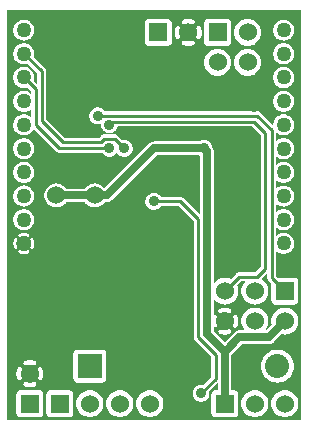
<source format=gbr>
G04 start of page 3 for group 1 idx 1 *
G04 Title: (unknown), Signal (back) *
G04 Creator: pcb 20110918 *
G04 CreationDate: Sun Sep 22 23:55:29 2013 UTC *
G04 For: mokus *
G04 Format: Gerber/RS-274X *
G04 PCB-Dimensions: 100000 140000 *
G04 PCB-Coordinate-Origin: lower left *
%MOIN*%
%FSLAX25Y25*%
%LNBOTTOM*%
%ADD40C,0.0300*%
%ADD39C,0.0380*%
%ADD38C,0.0350*%
%ADD37C,0.0200*%
%ADD36C,0.0360*%
%ADD35C,0.0500*%
%ADD34C,0.0800*%
%ADD33C,0.0600*%
%ADD32C,0.0100*%
%ADD31C,0.0250*%
%ADD30C,0.0001*%
G54D30*G36*
X84152Y100262D02*X86171Y98243D01*
Y54209D01*
X84294Y52333D01*
X84152D01*
Y100262D01*
G37*
G36*
X99654Y3235D02*X94152D01*
Y4103D01*
X94159Y4102D01*
X94865Y4158D01*
X95554Y4323D01*
X96208Y4594D01*
X96812Y4964D01*
X97351Y5424D01*
X97811Y5963D01*
X98181Y6567D01*
X98452Y7221D01*
X98617Y7910D01*
X98659Y8616D01*
X98617Y9322D01*
X98452Y10011D01*
X98181Y10665D01*
X97811Y11269D01*
X97351Y11808D01*
X96812Y12268D01*
X96208Y12638D01*
X95554Y12909D01*
X94865Y13074D01*
X94159Y13130D01*
X94152Y13129D01*
Y16196D01*
X94164Y16200D01*
X94902Y16653D01*
X95560Y17215D01*
X96122Y17873D01*
X96575Y18611D01*
X96906Y19411D01*
X97108Y20253D01*
X97159Y21116D01*
X97108Y21979D01*
X96906Y22821D01*
X96575Y23621D01*
X96122Y24359D01*
X95560Y25017D01*
X94902Y25579D01*
X94164Y26032D01*
X94152Y26036D01*
Y31603D01*
X94159Y31602D01*
X94865Y31658D01*
X95554Y31823D01*
X96208Y32094D01*
X96812Y32464D01*
X97351Y32924D01*
X97811Y33463D01*
X98181Y34067D01*
X98452Y34721D01*
X98617Y35410D01*
X98659Y36116D01*
X98617Y36822D01*
X98452Y37511D01*
X98181Y38165D01*
X97811Y38769D01*
X97351Y39308D01*
X96812Y39768D01*
X96208Y40138D01*
X95554Y40409D01*
X94865Y40574D01*
X94159Y40630D01*
X94152Y40629D01*
Y41623D01*
X97394Y41630D01*
X97624Y41685D01*
X97842Y41775D01*
X98043Y41899D01*
X98223Y42052D01*
X98376Y42232D01*
X98500Y42433D01*
X98590Y42651D01*
X98645Y42881D01*
X98659Y43116D01*
X98645Y49351D01*
X98590Y49581D01*
X98500Y49799D01*
X98376Y50000D01*
X98223Y50180D01*
X98043Y50333D01*
X97842Y50457D01*
X97624Y50547D01*
X97394Y50602D01*
X97159Y50616D01*
X94152Y50609D01*
Y58536D01*
X94308Y58548D01*
X94844Y58677D01*
X95353Y58888D01*
X95823Y59176D01*
X96242Y59533D01*
X96599Y59952D01*
X96887Y60422D01*
X97098Y60931D01*
X97227Y61467D01*
X97259Y62016D01*
X97227Y62565D01*
X97098Y63101D01*
X96887Y63610D01*
X96599Y64080D01*
X96242Y64499D01*
X95823Y64856D01*
X95353Y65144D01*
X94844Y65355D01*
X94308Y65484D01*
X94152Y65496D01*
Y66436D01*
X94308Y66448D01*
X94844Y66577D01*
X95353Y66788D01*
X95823Y67076D01*
X96242Y67433D01*
X96599Y67852D01*
X96887Y68322D01*
X97098Y68831D01*
X97227Y69367D01*
X97259Y69916D01*
X97227Y70465D01*
X97098Y71001D01*
X96887Y71510D01*
X96599Y71980D01*
X96242Y72399D01*
X95823Y72756D01*
X95353Y73044D01*
X94844Y73255D01*
X94308Y73384D01*
X94152Y73396D01*
Y74336D01*
X94308Y74348D01*
X94844Y74477D01*
X95353Y74688D01*
X95823Y74976D01*
X96242Y75333D01*
X96599Y75752D01*
X96887Y76222D01*
X97098Y76731D01*
X97227Y77267D01*
X97259Y77816D01*
X97227Y78365D01*
X97098Y78901D01*
X96887Y79410D01*
X96599Y79880D01*
X96242Y80299D01*
X95823Y80656D01*
X95353Y80944D01*
X94844Y81155D01*
X94308Y81284D01*
X94152Y81296D01*
Y82236D01*
X94308Y82248D01*
X94844Y82377D01*
X95353Y82588D01*
X95823Y82876D01*
X96242Y83233D01*
X96599Y83652D01*
X96887Y84122D01*
X97098Y84631D01*
X97227Y85167D01*
X97259Y85716D01*
X97227Y86265D01*
X97098Y86801D01*
X96887Y87310D01*
X96599Y87780D01*
X96242Y88199D01*
X95823Y88556D01*
X95353Y88844D01*
X94844Y89055D01*
X94308Y89184D01*
X94152Y89196D01*
Y90136D01*
X94308Y90148D01*
X94844Y90277D01*
X95353Y90488D01*
X95823Y90776D01*
X96242Y91133D01*
X96599Y91552D01*
X96887Y92022D01*
X97098Y92531D01*
X97227Y93067D01*
X97259Y93616D01*
X97227Y94165D01*
X97098Y94701D01*
X96887Y95210D01*
X96599Y95680D01*
X96242Y96099D01*
X95823Y96456D01*
X95353Y96744D01*
X94844Y96955D01*
X94308Y97084D01*
X94152Y97096D01*
Y98036D01*
X94308Y98048D01*
X94844Y98177D01*
X95353Y98388D01*
X95823Y98676D01*
X96242Y99033D01*
X96599Y99452D01*
X96887Y99922D01*
X97098Y100431D01*
X97227Y100967D01*
X97259Y101516D01*
X97227Y102065D01*
X97098Y102601D01*
X96887Y103110D01*
X96599Y103580D01*
X96242Y103999D01*
X95823Y104356D01*
X95353Y104644D01*
X94844Y104855D01*
X94308Y104984D01*
X94152Y104996D01*
Y105936D01*
X94308Y105948D01*
X94844Y106077D01*
X95353Y106288D01*
X95823Y106576D01*
X96242Y106933D01*
X96599Y107352D01*
X96887Y107822D01*
X97098Y108331D01*
X97227Y108867D01*
X97259Y109416D01*
X97227Y109965D01*
X97098Y110501D01*
X96887Y111010D01*
X96599Y111480D01*
X96242Y111899D01*
X95823Y112256D01*
X95353Y112544D01*
X94844Y112755D01*
X94308Y112884D01*
X94152Y112896D01*
Y113836D01*
X94308Y113848D01*
X94844Y113977D01*
X95353Y114188D01*
X95823Y114476D01*
X96242Y114833D01*
X96599Y115252D01*
X96887Y115722D01*
X97098Y116231D01*
X97227Y116767D01*
X97259Y117316D01*
X97227Y117865D01*
X97098Y118401D01*
X96887Y118910D01*
X96599Y119380D01*
X96242Y119799D01*
X95823Y120156D01*
X95353Y120444D01*
X94844Y120655D01*
X94308Y120784D01*
X94152Y120796D01*
Y121736D01*
X94308Y121748D01*
X94844Y121877D01*
X95353Y122088D01*
X95823Y122376D01*
X96242Y122733D01*
X96599Y123152D01*
X96887Y123622D01*
X97098Y124131D01*
X97227Y124667D01*
X97259Y125216D01*
X97227Y125765D01*
X97098Y126301D01*
X96887Y126810D01*
X96599Y127280D01*
X96242Y127699D01*
X95823Y128056D01*
X95353Y128344D01*
X94844Y128555D01*
X94308Y128684D01*
X94152Y128696D01*
Y129636D01*
X94308Y129648D01*
X94844Y129777D01*
X95353Y129988D01*
X95823Y130276D01*
X96242Y130633D01*
X96599Y131052D01*
X96887Y131522D01*
X97098Y132031D01*
X97227Y132567D01*
X97259Y133116D01*
X97227Y133665D01*
X97098Y134201D01*
X96887Y134710D01*
X96599Y135180D01*
X96242Y135599D01*
X95823Y135956D01*
X95353Y136244D01*
X94844Y136455D01*
X94308Y136584D01*
X94152Y136596D01*
Y139786D01*
X99654D01*
Y3235D01*
G37*
G36*
X94152Y104996D02*X93759Y105027D01*
X93210Y104984D01*
X92674Y104855D01*
X92165Y104644D01*
X91695Y104356D01*
X91276Y103999D01*
X90919Y103580D01*
X90631Y103110D01*
X90420Y102601D01*
X90291Y102065D01*
X90248Y101516D01*
X90261Y101348D01*
X86017Y105592D01*
X85979Y105637D01*
X85799Y105790D01*
X85598Y105914D01*
X85380Y106004D01*
X85150Y106059D01*
X84915Y106078D01*
X84856Y106073D01*
X84152D01*
Y118548D01*
X84363Y118677D01*
X84902Y119137D01*
X85362Y119676D01*
X85732Y120280D01*
X86003Y120934D01*
X86168Y121623D01*
X86210Y122329D01*
X86168Y123035D01*
X86003Y123724D01*
X85732Y124378D01*
X85362Y124982D01*
X84902Y125521D01*
X84363Y125981D01*
X84152Y126110D01*
Y128548D01*
X84363Y128677D01*
X84902Y129137D01*
X85362Y129676D01*
X85732Y130280D01*
X86003Y130934D01*
X86168Y131623D01*
X86210Y132329D01*
X86168Y133035D01*
X86003Y133724D01*
X85732Y134378D01*
X85362Y134982D01*
X84902Y135521D01*
X84363Y135981D01*
X84152Y136110D01*
Y139786D01*
X94152D01*
Y136596D01*
X93759Y136627D01*
X93210Y136584D01*
X92674Y136455D01*
X92165Y136244D01*
X91695Y135956D01*
X91276Y135599D01*
X90919Y135180D01*
X90631Y134710D01*
X90420Y134201D01*
X90291Y133665D01*
X90248Y133116D01*
X90291Y132567D01*
X90420Y132031D01*
X90631Y131522D01*
X90919Y131052D01*
X91276Y130633D01*
X91695Y130276D01*
X92165Y129988D01*
X92674Y129777D01*
X93210Y129648D01*
X93759Y129605D01*
X94152Y129636D01*
Y128696D01*
X93759Y128727D01*
X93210Y128684D01*
X92674Y128555D01*
X92165Y128344D01*
X91695Y128056D01*
X91276Y127699D01*
X90919Y127280D01*
X90631Y126810D01*
X90420Y126301D01*
X90291Y125765D01*
X90248Y125216D01*
X90291Y124667D01*
X90420Y124131D01*
X90631Y123622D01*
X90919Y123152D01*
X91276Y122733D01*
X91695Y122376D01*
X92165Y122088D01*
X92674Y121877D01*
X93210Y121748D01*
X93759Y121705D01*
X94152Y121736D01*
Y120796D01*
X93759Y120827D01*
X93210Y120784D01*
X92674Y120655D01*
X92165Y120444D01*
X91695Y120156D01*
X91276Y119799D01*
X90919Y119380D01*
X90631Y118910D01*
X90420Y118401D01*
X90291Y117865D01*
X90248Y117316D01*
X90291Y116767D01*
X90420Y116231D01*
X90631Y115722D01*
X90919Y115252D01*
X91276Y114833D01*
X91695Y114476D01*
X92165Y114188D01*
X92674Y113977D01*
X93210Y113848D01*
X93759Y113805D01*
X94152Y113836D01*
Y112896D01*
X93759Y112927D01*
X93210Y112884D01*
X92674Y112755D01*
X92165Y112544D01*
X91695Y112256D01*
X91276Y111899D01*
X90919Y111480D01*
X90631Y111010D01*
X90420Y110501D01*
X90291Y109965D01*
X90248Y109416D01*
X90291Y108867D01*
X90420Y108331D01*
X90631Y107822D01*
X90919Y107352D01*
X91276Y106933D01*
X91695Y106576D01*
X92165Y106288D01*
X92674Y106077D01*
X93210Y105948D01*
X93759Y105905D01*
X94152Y105936D01*
Y104996D01*
G37*
G36*
Y97096D02*X93759Y97127D01*
X93210Y97084D01*
X92674Y96955D01*
X92165Y96744D01*
X91695Y96456D01*
X91314Y96131D01*
Y99001D01*
X91695Y98676D01*
X92165Y98388D01*
X92674Y98177D01*
X93210Y98048D01*
X93759Y98005D01*
X94152Y98036D01*
Y97096D01*
G37*
G36*
Y89196D02*X93759Y89227D01*
X93210Y89184D01*
X92674Y89055D01*
X92165Y88844D01*
X91695Y88556D01*
X91314Y88231D01*
Y91101D01*
X91695Y90776D01*
X92165Y90488D01*
X92674Y90277D01*
X93210Y90148D01*
X93759Y90105D01*
X94152Y90136D01*
Y89196D01*
G37*
G36*
Y81296D02*X93759Y81327D01*
X93210Y81284D01*
X92674Y81155D01*
X92165Y80944D01*
X91695Y80656D01*
X91314Y80331D01*
Y83201D01*
X91695Y82876D01*
X92165Y82588D01*
X92674Y82377D01*
X93210Y82248D01*
X93759Y82205D01*
X94152Y82236D01*
Y81296D01*
G37*
G36*
Y73396D02*X93759Y73427D01*
X93210Y73384D01*
X92674Y73255D01*
X92165Y73044D01*
X91695Y72756D01*
X91314Y72431D01*
Y75301D01*
X91695Y74976D01*
X92165Y74688D01*
X92674Y74477D01*
X93210Y74348D01*
X93759Y74305D01*
X94152Y74336D01*
Y73396D01*
G37*
G36*
Y65496D02*X93759Y65527D01*
X93210Y65484D01*
X92674Y65355D01*
X92165Y65144D01*
X91695Y64856D01*
X91314Y64531D01*
Y67401D01*
X91695Y67076D01*
X92165Y66788D01*
X92674Y66577D01*
X93210Y66448D01*
X93759Y66405D01*
X94152Y66436D01*
Y65496D01*
G37*
G36*
Y50609D02*X91792Y50604D01*
X91314Y51082D01*
Y59501D01*
X91695Y59176D01*
X92165Y58888D01*
X92674Y58677D01*
X93210Y58548D01*
X93759Y58505D01*
X94152Y58536D01*
Y50609D01*
G37*
G36*
Y40629D02*X93453Y40574D01*
X92764Y40409D01*
X92110Y40138D01*
X91506Y39768D01*
X90967Y39308D01*
X90507Y38769D01*
X90137Y38165D01*
X89866Y37511D01*
X89701Y36822D01*
X89645Y36116D01*
X89701Y35410D01*
X89811Y34950D01*
X87865Y33004D01*
X87419D01*
X87811Y33463D01*
X88181Y34067D01*
X88452Y34721D01*
X88617Y35410D01*
X88659Y36116D01*
X88617Y36822D01*
X88452Y37511D01*
X88181Y38165D01*
X87811Y38769D01*
X87351Y39308D01*
X86812Y39768D01*
X86208Y40138D01*
X85554Y40409D01*
X84865Y40574D01*
X84159Y40630D01*
X84152Y40629D01*
Y41603D01*
X84159Y41602D01*
X84865Y41658D01*
X85554Y41823D01*
X86208Y42094D01*
X86812Y42464D01*
X87351Y42924D01*
X87811Y43463D01*
X88181Y44067D01*
X88452Y44721D01*
X88617Y45410D01*
X88659Y46116D01*
X88617Y46822D01*
X88452Y47511D01*
X88181Y48165D01*
X87811Y48769D01*
X87351Y49308D01*
X86812Y49768D01*
X86291Y50087D01*
X88314Y52110D01*
Y50520D01*
X88309Y50461D01*
X88328Y50226D01*
X88383Y49996D01*
X88473Y49778D01*
X88597Y49577D01*
X88597Y49576D01*
X88750Y49397D01*
X88795Y49359D01*
X89660Y48493D01*
X89673Y42881D01*
X89728Y42651D01*
X89818Y42433D01*
X89942Y42232D01*
X90095Y42052D01*
X90275Y41899D01*
X90476Y41775D01*
X90694Y41685D01*
X90924Y41630D01*
X91159Y41616D01*
X94152Y41623D01*
Y40629D01*
G37*
G36*
Y3235D02*X84152D01*
Y4103D01*
X84159Y4102D01*
X84865Y4158D01*
X85554Y4323D01*
X86208Y4594D01*
X86812Y4964D01*
X87351Y5424D01*
X87811Y5963D01*
X88181Y6567D01*
X88452Y7221D01*
X88617Y7910D01*
X88659Y8616D01*
X88617Y9322D01*
X88452Y10011D01*
X88181Y10665D01*
X87811Y11269D01*
X87351Y11808D01*
X86812Y12268D01*
X86208Y12638D01*
X85554Y12909D01*
X84865Y13074D01*
X84159Y13130D01*
X84152Y13129D01*
Y28504D01*
X88709D01*
X88797Y28497D01*
X89150Y28525D01*
X89150Y28525D01*
X89494Y28608D01*
X89822Y28743D01*
X90124Y28928D01*
X90393Y29158D01*
X90450Y29225D01*
X92993Y31768D01*
X93453Y31658D01*
X94152Y31603D01*
Y26036D01*
X93364Y26363D01*
X92522Y26565D01*
X91659Y26633D01*
X90796Y26565D01*
X89954Y26363D01*
X89154Y26032D01*
X88416Y25579D01*
X87758Y25017D01*
X87196Y24359D01*
X86743Y23621D01*
X86412Y22821D01*
X86210Y21979D01*
X86142Y21116D01*
X86210Y20253D01*
X86412Y19411D01*
X86743Y18611D01*
X87196Y17873D01*
X87758Y17215D01*
X88416Y16653D01*
X89154Y16200D01*
X89954Y15869D01*
X90796Y15667D01*
X91659Y15599D01*
X92522Y15667D01*
X93364Y15869D01*
X94152Y16196D01*
Y13129D01*
X93453Y13074D01*
X92764Y12909D01*
X92110Y12638D01*
X91506Y12268D01*
X90967Y11808D01*
X90507Y11269D01*
X90137Y10665D01*
X89866Y10011D01*
X89701Y9322D01*
X89645Y8616D01*
X89701Y7910D01*
X89866Y7221D01*
X90137Y6567D01*
X90507Y5963D01*
X90967Y5424D01*
X91506Y4964D01*
X92110Y4594D01*
X92764Y4323D01*
X93453Y4158D01*
X94152Y4103D01*
Y3235D01*
G37*
G36*
X51948Y101104D02*X83310D01*
X84152Y100262D01*
Y52333D01*
X78935D01*
X78876Y52338D01*
X78641Y52319D01*
X78411Y52264D01*
X78193Y52174D01*
X77992Y52050D01*
X77991Y52050D01*
X77812Y51897D01*
X77774Y51852D01*
X76103Y50181D01*
X75554Y50409D01*
X74865Y50574D01*
X74159Y50630D01*
X73453Y50574D01*
X72764Y50409D01*
X72110Y50138D01*
X71506Y49768D01*
X70967Y49308D01*
X70507Y48769D01*
X70433Y48648D01*
Y92673D01*
X70440Y92761D01*
X70412Y93114D01*
X70329Y93458D01*
X70290Y93554D01*
X70194Y93786D01*
X70079Y93973D01*
X70009Y94088D01*
X70009Y94088D01*
X69976Y94127D01*
X69972Y94185D01*
X69869Y94614D01*
X69701Y95021D01*
X69470Y95397D01*
X69184Y95732D01*
X68849Y96018D01*
X68473Y96249D01*
X68066Y96417D01*
X67637Y96520D01*
X67198Y96555D01*
X66759Y96520D01*
X66330Y96417D01*
X65923Y96249D01*
X65547Y96018D01*
X65521Y95996D01*
X51948D01*
Y101104D01*
G37*
G36*
X84152Y106073D02*X71710D01*
Y117815D01*
X72416Y117871D01*
X73105Y118036D01*
X73759Y118307D01*
X74363Y118677D01*
X74902Y119137D01*
X75362Y119676D01*
X75732Y120280D01*
X76003Y120934D01*
X76168Y121623D01*
X76210Y122329D01*
X76168Y123035D01*
X76003Y123724D01*
X75732Y124378D01*
X75362Y124982D01*
X74902Y125521D01*
X74363Y125981D01*
X73759Y126351D01*
X73105Y126622D01*
X72416Y126787D01*
X71710Y126843D01*
Y127836D01*
X74945Y127843D01*
X75175Y127898D01*
X75393Y127988D01*
X75594Y128112D01*
X75774Y128265D01*
X75927Y128445D01*
X76051Y128646D01*
X76141Y128864D01*
X76196Y129094D01*
X76210Y129329D01*
X76196Y135564D01*
X76141Y135794D01*
X76051Y136012D01*
X75927Y136213D01*
X75774Y136393D01*
X75594Y136546D01*
X75393Y136670D01*
X75175Y136760D01*
X74945Y136815D01*
X74710Y136829D01*
X71710Y136822D01*
Y139786D01*
X84152D01*
Y136110D01*
X83759Y136351D01*
X83105Y136622D01*
X82416Y136787D01*
X81710Y136843D01*
X81004Y136787D01*
X80315Y136622D01*
X79661Y136351D01*
X79057Y135981D01*
X78518Y135521D01*
X78058Y134982D01*
X77688Y134378D01*
X77417Y133724D01*
X77252Y133035D01*
X77196Y132329D01*
X77252Y131623D01*
X77417Y130934D01*
X77688Y130280D01*
X78058Y129676D01*
X78518Y129137D01*
X79057Y128677D01*
X79661Y128307D01*
X80315Y128036D01*
X81004Y127871D01*
X81710Y127815D01*
X82416Y127871D01*
X83105Y128036D01*
X83759Y128307D01*
X84152Y128548D01*
Y126110D01*
X83759Y126351D01*
X83105Y126622D01*
X82416Y126787D01*
X81710Y126843D01*
X81004Y126787D01*
X80315Y126622D01*
X79661Y126351D01*
X79057Y125981D01*
X78518Y125521D01*
X78058Y124982D01*
X77688Y124378D01*
X77417Y123724D01*
X77252Y123035D01*
X77196Y122329D01*
X77252Y121623D01*
X77417Y120934D01*
X77688Y120280D01*
X78058Y119676D01*
X78518Y119137D01*
X79057Y118677D01*
X79661Y118307D01*
X80315Y118036D01*
X81004Y117871D01*
X81710Y117815D01*
X82416Y117871D01*
X83105Y118036D01*
X83759Y118307D01*
X84152Y118548D01*
Y106073D01*
G37*
G36*
X71710D02*X65561D01*
Y130182D01*
X65604Y130189D01*
X65716Y130226D01*
X65821Y130281D01*
X65916Y130351D01*
X65999Y130435D01*
X66067Y130531D01*
X66118Y130637D01*
X66266Y131045D01*
X66370Y131466D01*
X66432Y131896D01*
X66453Y132329D01*
X66432Y132762D01*
X66370Y133192D01*
X66266Y133613D01*
X66123Y134023D01*
X66070Y134129D01*
X66001Y134225D01*
X65918Y134310D01*
X65823Y134380D01*
X65717Y134435D01*
X65605Y134472D01*
X65561Y134480D01*
Y139786D01*
X71710D01*
Y136822D01*
X68475Y136815D01*
X68245Y136760D01*
X68027Y136670D01*
X67826Y136546D01*
X67646Y136393D01*
X67493Y136213D01*
X67369Y136012D01*
X67279Y135794D01*
X67224Y135564D01*
X67210Y135329D01*
X67224Y129094D01*
X67279Y128864D01*
X67369Y128646D01*
X67493Y128445D01*
X67646Y128265D01*
X67826Y128112D01*
X68027Y127988D01*
X68245Y127898D01*
X68475Y127843D01*
X68710Y127829D01*
X71710Y127836D01*
Y126843D01*
X71004Y126787D01*
X70315Y126622D01*
X69661Y126351D01*
X69057Y125981D01*
X68518Y125521D01*
X68058Y124982D01*
X67688Y124378D01*
X67417Y123724D01*
X67252Y123035D01*
X67196Y122329D01*
X67252Y121623D01*
X67417Y120934D01*
X67688Y120280D01*
X68058Y119676D01*
X68518Y119137D01*
X69057Y118677D01*
X69661Y118307D01*
X70315Y118036D01*
X71004Y117871D01*
X71710Y117815D01*
Y106073D01*
G37*
G36*
X65561D02*X61950D01*
Y127824D01*
X62381Y127845D01*
X62811Y127907D01*
X63232Y128011D01*
X63642Y128154D01*
X63748Y128207D01*
X63844Y128276D01*
X63929Y128359D01*
X63999Y128454D01*
X64054Y128560D01*
X64091Y128672D01*
X64111Y128789D01*
X64112Y128908D01*
X64094Y129025D01*
X64058Y129138D01*
X64005Y129244D01*
X63936Y129341D01*
X63853Y129425D01*
X63757Y129496D01*
X63652Y129550D01*
X63540Y129588D01*
X63423Y129607D01*
X63304Y129608D01*
X63187Y129590D01*
X63074Y129552D01*
X62803Y129453D01*
X62523Y129385D01*
X62237Y129343D01*
X61950Y129329D01*
Y135329D01*
X62237Y135315D01*
X62523Y135273D01*
X62803Y135205D01*
X63076Y135109D01*
X63187Y135071D01*
X63304Y135054D01*
X63422Y135054D01*
X63539Y135074D01*
X63651Y135111D01*
X63755Y135165D01*
X63850Y135235D01*
X63933Y135320D01*
X64002Y135416D01*
X64055Y135521D01*
X64091Y135634D01*
X64108Y135750D01*
X64107Y135868D01*
X64088Y135985D01*
X64051Y136097D01*
X63996Y136202D01*
X63926Y136297D01*
X63842Y136380D01*
X63746Y136448D01*
X63640Y136499D01*
X63232Y136647D01*
X62811Y136751D01*
X62381Y136813D01*
X61950Y136834D01*
Y139786D01*
X65561D01*
Y134480D01*
X65488Y134492D01*
X65369Y134493D01*
X65252Y134475D01*
X65139Y134439D01*
X65033Y134386D01*
X64936Y134317D01*
X64852Y134234D01*
X64781Y134138D01*
X64727Y134033D01*
X64689Y133921D01*
X64670Y133804D01*
X64669Y133685D01*
X64687Y133568D01*
X64725Y133455D01*
X64824Y133184D01*
X64892Y132904D01*
X64934Y132618D01*
X64948Y132329D01*
X64934Y132040D01*
X64892Y131754D01*
X64824Y131474D01*
X64728Y131201D01*
X64690Y131090D01*
X64673Y130973D01*
X64673Y130855D01*
X64693Y130738D01*
X64730Y130626D01*
X64784Y130522D01*
X64854Y130427D01*
X64939Y130344D01*
X65035Y130275D01*
X65140Y130222D01*
X65253Y130186D01*
X65369Y130169D01*
X65487Y130170D01*
X65561Y130182D01*
Y106073D01*
G37*
G36*
X61950D02*X58335D01*
Y130178D01*
X58408Y130166D01*
X58527Y130165D01*
X58644Y130183D01*
X58757Y130219D01*
X58863Y130272D01*
X58960Y130341D01*
X59044Y130424D01*
X59115Y130520D01*
X59169Y130625D01*
X59207Y130737D01*
X59226Y130854D01*
X59227Y130973D01*
X59209Y131090D01*
X59171Y131203D01*
X59072Y131474D01*
X59004Y131754D01*
X58962Y132040D01*
X58948Y132329D01*
X58962Y132618D01*
X59004Y132904D01*
X59072Y133184D01*
X59168Y133457D01*
X59206Y133568D01*
X59223Y133685D01*
X59223Y133803D01*
X59203Y133920D01*
X59166Y134032D01*
X59112Y134136D01*
X59042Y134231D01*
X58957Y134314D01*
X58861Y134383D01*
X58756Y134436D01*
X58643Y134472D01*
X58527Y134489D01*
X58409Y134488D01*
X58335Y134476D01*
Y139786D01*
X61950D01*
Y136834D01*
X61948Y136834D01*
X61515Y136813D01*
X61085Y136751D01*
X60664Y136647D01*
X60254Y136504D01*
X60148Y136451D01*
X60052Y136382D01*
X59967Y136299D01*
X59897Y136204D01*
X59842Y136098D01*
X59805Y135986D01*
X59785Y135869D01*
X59784Y135750D01*
X59802Y135633D01*
X59838Y135520D01*
X59891Y135414D01*
X59960Y135317D01*
X60043Y135233D01*
X60139Y135162D01*
X60244Y135108D01*
X60356Y135070D01*
X60473Y135051D01*
X60592Y135050D01*
X60709Y135068D01*
X60822Y135106D01*
X61093Y135205D01*
X61373Y135273D01*
X61659Y135315D01*
X61948Y135329D01*
X61950Y135329D01*
Y129329D01*
X61948Y129329D01*
X61659Y129343D01*
X61373Y129385D01*
X61093Y129453D01*
X60820Y129549D01*
X60709Y129587D01*
X60592Y129604D01*
X60474Y129604D01*
X60357Y129584D01*
X60245Y129547D01*
X60141Y129493D01*
X60046Y129423D01*
X59963Y129338D01*
X59894Y129242D01*
X59841Y129137D01*
X59805Y129024D01*
X59788Y128908D01*
X59789Y128790D01*
X59808Y128673D01*
X59845Y128561D01*
X59900Y128456D01*
X59970Y128361D01*
X60054Y128278D01*
X60150Y128210D01*
X60256Y128159D01*
X60664Y128011D01*
X61085Y127907D01*
X61515Y127845D01*
X61948Y127824D01*
X61950Y127824D01*
Y106073D01*
G37*
G36*
X58335D02*X51948D01*
Y127836D01*
X55183Y127843D01*
X55413Y127898D01*
X55631Y127988D01*
X55832Y128112D01*
X56012Y128265D01*
X56165Y128445D01*
X56289Y128646D01*
X56379Y128864D01*
X56434Y129094D01*
X56448Y129329D01*
X56434Y135564D01*
X56379Y135794D01*
X56289Y136012D01*
X56165Y136213D01*
X56012Y136393D01*
X55832Y136546D01*
X55631Y136670D01*
X55413Y136760D01*
X55183Y136815D01*
X54948Y136829D01*
X51948Y136822D01*
Y139786D01*
X58335D01*
Y134476D01*
X58292Y134469D01*
X58180Y134432D01*
X58075Y134377D01*
X57980Y134307D01*
X57897Y134223D01*
X57829Y134127D01*
X57778Y134021D01*
X57630Y133613D01*
X57526Y133192D01*
X57464Y132762D01*
X57443Y132329D01*
X57464Y131896D01*
X57526Y131466D01*
X57630Y131045D01*
X57773Y130635D01*
X57826Y130529D01*
X57895Y130433D01*
X57978Y130348D01*
X58073Y130278D01*
X58179Y130223D01*
X58291Y130186D01*
X58335Y130178D01*
Y106073D01*
G37*
G36*
X51948D02*X39625D01*
X39625Y106073D01*
X34116D01*
X34023Y106224D01*
X33737Y106559D01*
X33402Y106845D01*
X33026Y107076D01*
X32619Y107244D01*
X32190Y107347D01*
X31751Y107382D01*
X31312Y107347D01*
X30883Y107244D01*
X30476Y107076D01*
X30100Y106845D01*
X29765Y106559D01*
X29479Y106224D01*
X29248Y105848D01*
X29080Y105441D01*
X28977Y105012D01*
X28942Y104573D01*
X28977Y104134D01*
X29080Y103705D01*
X29248Y103298D01*
X29479Y102922D01*
X29765Y102587D01*
X30100Y102301D01*
X30476Y102070D01*
X30883Y101902D01*
X31312Y101799D01*
X31751Y101764D01*
X32190Y101799D01*
X32619Y101902D01*
X32911Y102023D01*
X32879Y101620D01*
X32914Y101181D01*
X33017Y100752D01*
X33185Y100345D01*
X33416Y99969D01*
X33702Y99634D01*
X34037Y99348D01*
X34413Y99117D01*
X34820Y98949D01*
X35249Y98846D01*
X35688Y98811D01*
X36127Y98846D01*
X36556Y98949D01*
X36963Y99117D01*
X37339Y99348D01*
X37674Y99634D01*
X37960Y99969D01*
X38191Y100345D01*
X38359Y100752D01*
X38444Y101104D01*
X41594D01*
X41601Y101104D01*
X41608Y101104D01*
X51948D01*
Y95996D01*
X50554D01*
X50466Y96003D01*
X50113Y95975D01*
X49769Y95892D01*
X49441Y95757D01*
X49139Y95572D01*
X49139Y95572D01*
X48870Y95342D01*
X48813Y95275D01*
X33966Y80428D01*
X33618Y80835D01*
X33139Y81244D01*
X32603Y81573D01*
X32021Y81814D01*
X31409Y81961D01*
X30781Y82010D01*
X30153Y81961D01*
X29541Y81814D01*
X28959Y81573D01*
X28423Y81244D01*
X27944Y80835D01*
X27535Y80356D01*
X27469Y80248D01*
X23529D01*
Y92246D01*
X33323D01*
X33416Y92095D01*
X33702Y91760D01*
X34037Y91474D01*
X34413Y91243D01*
X34820Y91075D01*
X35249Y90972D01*
X35688Y90937D01*
X36127Y90972D01*
X36556Y91075D01*
X36963Y91243D01*
X37339Y91474D01*
X37674Y91760D01*
X37960Y92095D01*
X38148Y92402D01*
X38337Y92095D01*
X38623Y91760D01*
X38958Y91474D01*
X39334Y91243D01*
X39741Y91075D01*
X40170Y90972D01*
X40609Y90937D01*
X41048Y90972D01*
X41477Y91075D01*
X41884Y91243D01*
X42260Y91474D01*
X42595Y91760D01*
X42881Y92095D01*
X43112Y92471D01*
X43280Y92878D01*
X43383Y93307D01*
X43409Y93746D01*
X43383Y94185D01*
X43280Y94614D01*
X43112Y95021D01*
X42881Y95397D01*
X42595Y95732D01*
X42260Y96018D01*
X41884Y96249D01*
X41477Y96417D01*
X41048Y96520D01*
X40609Y96555D01*
X40170Y96520D01*
X39998Y96479D01*
X38562Y97915D01*
X38524Y97960D01*
X38345Y98112D01*
X38345Y98113D01*
X38344Y98113D01*
X38344Y98113D01*
X38237Y98179D01*
X38143Y98237D01*
X38143Y98237D01*
X38143Y98237D01*
X38023Y98287D01*
X37925Y98327D01*
X37925Y98327D01*
X37925Y98327D01*
X37805Y98356D01*
X37696Y98382D01*
X37696Y98382D01*
X37695Y98382D01*
X37694Y98382D01*
X37460Y98401D01*
X37401Y98396D01*
X33975D01*
X33915Y98401D01*
X33683Y98382D01*
X33681Y98382D01*
X33680Y98382D01*
X33680Y98382D01*
X33549Y98350D01*
X33451Y98327D01*
X33451Y98327D01*
X33450Y98327D01*
X33329Y98277D01*
X33233Y98237D01*
X33233Y98236D01*
X33232Y98236D01*
X33122Y98169D01*
X33032Y98113D01*
X33031Y98113D01*
X33031Y98113D01*
X33029Y98111D01*
X32852Y97960D01*
X32814Y97915D01*
X32113Y97214D01*
X23529D01*
Y139786D01*
X51948D01*
Y136822D01*
X48713Y136815D01*
X48483Y136760D01*
X48265Y136670D01*
X48064Y136546D01*
X47884Y136393D01*
X47731Y136213D01*
X47607Y136012D01*
X47517Y135794D01*
X47462Y135564D01*
X47448Y135329D01*
X47462Y129094D01*
X47517Y128864D01*
X47607Y128646D01*
X47731Y128445D01*
X47884Y128265D01*
X48064Y128112D01*
X48265Y127988D01*
X48483Y127898D01*
X48713Y127843D01*
X48948Y127829D01*
X51948Y127836D01*
Y106073D01*
G37*
G36*
X84152Y40629D02*X83453Y40574D01*
X82764Y40409D01*
X82110Y40138D01*
X81506Y39768D01*
X80967Y39308D01*
X80507Y38769D01*
X80137Y38165D01*
X79866Y37511D01*
X79701Y36822D01*
X79645Y36116D01*
X79701Y35410D01*
X79866Y34721D01*
X80137Y34067D01*
X80507Y33463D01*
X80899Y33004D01*
X79097D01*
X79009Y33011D01*
X78656Y32983D01*
X78312Y32900D01*
X77984Y32765D01*
X77772Y32635D01*
Y33969D01*
X77815Y33976D01*
X77927Y34013D01*
X78032Y34068D01*
X78127Y34138D01*
X78210Y34222D01*
X78278Y34318D01*
X78329Y34424D01*
X78477Y34832D01*
X78581Y35253D01*
X78643Y35683D01*
X78664Y36116D01*
X78643Y36549D01*
X78581Y36979D01*
X78477Y37400D01*
X78334Y37810D01*
X78281Y37916D01*
X78212Y38012D01*
X78129Y38097D01*
X78034Y38167D01*
X77928Y38222D01*
X77816Y38259D01*
X77772Y38267D01*
Y43418D01*
X77811Y43463D01*
X78181Y44067D01*
X78452Y44721D01*
X78617Y45410D01*
X78659Y46116D01*
X78617Y46822D01*
X78452Y47511D01*
X78224Y48060D01*
X79497Y49333D01*
X80997D01*
X80967Y49308D01*
X80507Y48769D01*
X80137Y48165D01*
X79866Y47511D01*
X79701Y46822D01*
X79645Y46116D01*
X79701Y45410D01*
X79866Y44721D01*
X80137Y44067D01*
X80507Y43463D01*
X80967Y42924D01*
X81506Y42464D01*
X82110Y42094D01*
X82764Y41823D01*
X83453Y41658D01*
X84152Y41603D01*
Y40629D01*
G37*
G36*
X77772Y32635D02*X77682Y32580D01*
X77682Y32580D01*
X77413Y32350D01*
X77356Y32283D01*
X74161Y29088D01*
Y31611D01*
X74592Y31632D01*
X75022Y31694D01*
X75443Y31798D01*
X75853Y31941D01*
X75959Y31994D01*
X76055Y32063D01*
X76140Y32146D01*
X76210Y32241D01*
X76265Y32347D01*
X76302Y32459D01*
X76322Y32576D01*
X76323Y32695D01*
X76305Y32812D01*
X76269Y32925D01*
X76216Y33031D01*
X76147Y33128D01*
X76064Y33212D01*
X75968Y33283D01*
X75863Y33337D01*
X75751Y33375D01*
X75634Y33394D01*
X75515Y33395D01*
X75398Y33377D01*
X75285Y33339D01*
X75014Y33240D01*
X74734Y33172D01*
X74448Y33130D01*
X74161Y33116D01*
Y39116D01*
X74448Y39102D01*
X74734Y39060D01*
X75014Y38992D01*
X75287Y38896D01*
X75398Y38858D01*
X75515Y38841D01*
X75633Y38841D01*
X75750Y38861D01*
X75862Y38898D01*
X75966Y38952D01*
X76061Y39022D01*
X76144Y39107D01*
X76213Y39203D01*
X76266Y39308D01*
X76302Y39421D01*
X76319Y39537D01*
X76318Y39655D01*
X76299Y39772D01*
X76262Y39884D01*
X76207Y39989D01*
X76137Y40084D01*
X76053Y40167D01*
X75957Y40235D01*
X75851Y40286D01*
X75443Y40434D01*
X75022Y40538D01*
X74592Y40600D01*
X74161Y40621D01*
Y41602D01*
X74865Y41658D01*
X75554Y41823D01*
X76208Y42094D01*
X76812Y42464D01*
X77351Y42924D01*
X77772Y43418D01*
Y38267D01*
X77699Y38279D01*
X77580Y38280D01*
X77463Y38262D01*
X77350Y38226D01*
X77244Y38173D01*
X77147Y38104D01*
X77063Y38021D01*
X76992Y37925D01*
X76938Y37820D01*
X76900Y37708D01*
X76881Y37591D01*
X76880Y37472D01*
X76898Y37355D01*
X76936Y37242D01*
X77035Y36971D01*
X77103Y36691D01*
X77145Y36405D01*
X77159Y36116D01*
X77145Y35827D01*
X77103Y35541D01*
X77035Y35261D01*
X76939Y34988D01*
X76901Y34877D01*
X76884Y34760D01*
X76884Y34642D01*
X76904Y34525D01*
X76941Y34413D01*
X76995Y34309D01*
X77065Y34214D01*
X77150Y34131D01*
X77246Y34062D01*
X77351Y34009D01*
X77464Y33973D01*
X77580Y33956D01*
X77698Y33957D01*
X77772Y33969D01*
Y32635D01*
G37*
G36*
X74161Y29088D02*X74088Y29015D01*
X70433Y32670D01*
Y33996D01*
X70502Y33973D01*
X70619Y33953D01*
X70738Y33952D01*
X70855Y33970D01*
X70968Y34006D01*
X71074Y34059D01*
X71171Y34128D01*
X71255Y34211D01*
X71326Y34307D01*
X71380Y34412D01*
X71418Y34524D01*
X71437Y34641D01*
X71438Y34760D01*
X71420Y34877D01*
X71382Y34990D01*
X71283Y35261D01*
X71215Y35541D01*
X71173Y35827D01*
X71159Y36116D01*
X71173Y36405D01*
X71215Y36691D01*
X71283Y36971D01*
X71379Y37244D01*
X71417Y37355D01*
X71434Y37472D01*
X71434Y37590D01*
X71414Y37707D01*
X71377Y37819D01*
X71323Y37923D01*
X71253Y38018D01*
X71168Y38101D01*
X71072Y38170D01*
X70967Y38223D01*
X70854Y38259D01*
X70738Y38276D01*
X70620Y38275D01*
X70503Y38256D01*
X70433Y38233D01*
Y43584D01*
X70507Y43463D01*
X70967Y42924D01*
X71506Y42464D01*
X72110Y42094D01*
X72764Y41823D01*
X73453Y41658D01*
X74159Y41602D01*
X74161Y41602D01*
Y40621D01*
X74159Y40621D01*
X73726Y40600D01*
X73296Y40538D01*
X72875Y40434D01*
X72465Y40291D01*
X72359Y40238D01*
X72263Y40169D01*
X72178Y40086D01*
X72108Y39991D01*
X72053Y39885D01*
X72016Y39773D01*
X71996Y39656D01*
X71995Y39537D01*
X72013Y39420D01*
X72049Y39307D01*
X72102Y39201D01*
X72171Y39104D01*
X72254Y39020D01*
X72350Y38949D01*
X72455Y38895D01*
X72567Y38857D01*
X72684Y38838D01*
X72803Y38837D01*
X72920Y38855D01*
X73033Y38893D01*
X73304Y38992D01*
X73584Y39060D01*
X73870Y39102D01*
X74159Y39116D01*
X74161Y39116D01*
Y33116D01*
X74159Y33116D01*
X73870Y33130D01*
X73584Y33172D01*
X73304Y33240D01*
X73031Y33336D01*
X72920Y33374D01*
X72803Y33391D01*
X72685Y33391D01*
X72568Y33371D01*
X72456Y33334D01*
X72352Y33280D01*
X72257Y33210D01*
X72174Y33125D01*
X72105Y33029D01*
X72052Y32924D01*
X72016Y32811D01*
X71999Y32695D01*
X72000Y32577D01*
X72019Y32460D01*
X72056Y32348D01*
X72111Y32243D01*
X72181Y32148D01*
X72265Y32065D01*
X72361Y31997D01*
X72467Y31946D01*
X72875Y31798D01*
X73296Y31694D01*
X73726Y31632D01*
X74159Y31611D01*
X74161Y31611D01*
Y29088D01*
G37*
G36*
X49152Y89250D02*X51398Y91496D01*
X65521D01*
X65547Y91474D01*
X65923Y91243D01*
X65933Y91239D01*
Y71542D01*
X60426Y77048D01*
X60388Y77093D01*
X60208Y77246D01*
X60208Y77246D01*
X60208Y77246D01*
X60113Y77305D01*
X60007Y77370D01*
X60007Y77370D01*
X60007Y77370D01*
X59917Y77407D01*
X59789Y77460D01*
X59789Y77460D01*
X59789Y77460D01*
X59667Y77489D01*
X59559Y77515D01*
X59559Y77515D01*
X59559Y77515D01*
X59324Y77534D01*
X59265Y77529D01*
X52831D01*
X52738Y77680D01*
X52452Y78015D01*
X52117Y78301D01*
X51741Y78532D01*
X51334Y78700D01*
X50905Y78803D01*
X50466Y78838D01*
X50027Y78803D01*
X49598Y78700D01*
X49191Y78532D01*
X49152Y78508D01*
Y89250D01*
G37*
G36*
X84152Y3235D02*X49152D01*
Y4103D01*
X49159Y4102D01*
X49865Y4158D01*
X50554Y4323D01*
X51208Y4594D01*
X51812Y4964D01*
X52351Y5424D01*
X52811Y5963D01*
X53181Y6567D01*
X53452Y7221D01*
X53617Y7910D01*
X53659Y8616D01*
X53617Y9322D01*
X53452Y10011D01*
X53181Y10665D01*
X52811Y11269D01*
X52351Y11808D01*
X51812Y12268D01*
X51208Y12638D01*
X50554Y12909D01*
X49865Y13074D01*
X49159Y13130D01*
X49152Y13129D01*
Y73550D01*
X49191Y73526D01*
X49598Y73358D01*
X50027Y73255D01*
X50466Y73220D01*
X50905Y73255D01*
X51334Y73358D01*
X51741Y73526D01*
X52117Y73757D01*
X52452Y74043D01*
X52738Y74378D01*
X52831Y74529D01*
X58703D01*
X63730Y69503D01*
Y43549D01*
X63730Y43549D01*
Y30813D01*
X63725Y30754D01*
X63744Y30519D01*
X63744Y30519D01*
X63744Y30519D01*
X63763Y30441D01*
X63799Y30289D01*
X63799Y30289D01*
X63799Y30289D01*
X63831Y30211D01*
X63889Y30071D01*
X63889Y30071D01*
X63889Y30071D01*
X63931Y30002D01*
X64013Y29870D01*
X64013Y29870D01*
X64013Y29870D01*
X64166Y29690D01*
X64211Y29652D01*
X69635Y24227D01*
Y17595D01*
X66825Y14786D01*
X66653Y14827D01*
X66214Y14862D01*
X65775Y14827D01*
X65346Y14724D01*
X64939Y14556D01*
X64563Y14325D01*
X64228Y14039D01*
X63942Y13704D01*
X63711Y13328D01*
X63543Y12921D01*
X63440Y12492D01*
X63405Y12053D01*
X63440Y11614D01*
X63543Y11185D01*
X63711Y10778D01*
X63942Y10402D01*
X64228Y10067D01*
X64563Y9781D01*
X64939Y9550D01*
X65346Y9382D01*
X65775Y9279D01*
X66214Y9244D01*
X66653Y9279D01*
X67082Y9382D01*
X67489Y9550D01*
X67865Y9781D01*
X68200Y10067D01*
X68486Y10402D01*
X68717Y10778D01*
X68885Y11185D01*
X68988Y11614D01*
X69014Y12053D01*
X68988Y12492D01*
X68947Y12664D01*
X71838Y15556D01*
Y13104D01*
X70924Y13102D01*
X70694Y13047D01*
X70476Y12957D01*
X70275Y12833D01*
X70095Y12680D01*
X69942Y12500D01*
X69818Y12299D01*
X69728Y12081D01*
X69673Y11851D01*
X69659Y11616D01*
X69673Y5381D01*
X69728Y5151D01*
X69818Y4933D01*
X69942Y4732D01*
X70095Y4552D01*
X70275Y4399D01*
X70476Y4275D01*
X70694Y4185D01*
X70924Y4130D01*
X71159Y4116D01*
X77394Y4130D01*
X77624Y4185D01*
X77842Y4275D01*
X78043Y4399D01*
X78223Y4552D01*
X78376Y4732D01*
X78500Y4933D01*
X78590Y5151D01*
X78645Y5381D01*
X78659Y5616D01*
X78645Y11851D01*
X78590Y12081D01*
X78500Y12299D01*
X78376Y12500D01*
X78223Y12680D01*
X78043Y12833D01*
X77842Y12957D01*
X77624Y13047D01*
X77394Y13102D01*
X77159Y13116D01*
X76338Y13114D01*
Y24901D01*
X79941Y28504D01*
X84152D01*
Y13129D01*
X83453Y13074D01*
X82764Y12909D01*
X82110Y12638D01*
X81506Y12268D01*
X80967Y11808D01*
X80507Y11269D01*
X80137Y10665D01*
X79866Y10011D01*
X79701Y9322D01*
X79645Y8616D01*
X79701Y7910D01*
X79866Y7221D01*
X80137Y6567D01*
X80507Y5963D01*
X80967Y5424D01*
X81506Y4964D01*
X82110Y4594D01*
X82764Y4323D01*
X83453Y4158D01*
X84152Y4103D01*
Y3235D01*
G37*
G36*
X49152D02*X39152D01*
Y4103D01*
X39159Y4102D01*
X39865Y4158D01*
X40554Y4323D01*
X41208Y4594D01*
X41812Y4964D01*
X42351Y5424D01*
X42811Y5963D01*
X43181Y6567D01*
X43452Y7221D01*
X43617Y7910D01*
X43659Y8616D01*
X43617Y9322D01*
X43452Y10011D01*
X43181Y10665D01*
X42811Y11269D01*
X42351Y11808D01*
X41812Y12268D01*
X41208Y12638D01*
X40554Y12909D01*
X39865Y13074D01*
X39159Y13130D01*
X39152Y13129D01*
Y79250D01*
X49152Y89250D01*
Y78508D01*
X48815Y78301D01*
X48480Y78015D01*
X48194Y77680D01*
X47963Y77304D01*
X47795Y76897D01*
X47692Y76468D01*
X47657Y76029D01*
X47692Y75590D01*
X47795Y75161D01*
X47963Y74754D01*
X48194Y74378D01*
X48480Y74043D01*
X48815Y73757D01*
X49152Y73550D01*
Y13129D01*
X48453Y13074D01*
X47764Y12909D01*
X47110Y12638D01*
X46506Y12268D01*
X45967Y11808D01*
X45507Y11269D01*
X45137Y10665D01*
X44866Y10011D01*
X44701Y9322D01*
X44645Y8616D01*
X44701Y7910D01*
X44866Y7221D01*
X45137Y6567D01*
X45507Y5963D01*
X45967Y5424D01*
X46506Y4964D01*
X47110Y4594D01*
X47764Y4323D01*
X48453Y4158D01*
X49152Y4103D01*
Y3235D01*
G37*
G36*
X39152D02*X29152D01*
Y4103D01*
X29159Y4102D01*
X29865Y4158D01*
X30554Y4323D01*
X31208Y4594D01*
X31812Y4964D01*
X32351Y5424D01*
X32811Y5963D01*
X33181Y6567D01*
X33452Y7221D01*
X33617Y7910D01*
X33659Y8616D01*
X33617Y9322D01*
X33452Y10011D01*
X33181Y10665D01*
X32811Y11269D01*
X32351Y11808D01*
X31812Y12268D01*
X31208Y12638D01*
X30554Y12909D01*
X29865Y13074D01*
X29159Y13130D01*
X29152Y13129D01*
Y15623D01*
X33394Y15630D01*
X33624Y15685D01*
X33842Y15775D01*
X34043Y15899D01*
X34223Y16052D01*
X34376Y16232D01*
X34500Y16433D01*
X34590Y16651D01*
X34645Y16881D01*
X34659Y17116D01*
X34645Y25351D01*
X34590Y25581D01*
X34500Y25799D01*
X34376Y26000D01*
X34223Y26180D01*
X34043Y26333D01*
X33842Y26457D01*
X33624Y26547D01*
X33394Y26602D01*
X33159Y26616D01*
X29152Y26609D01*
Y74343D01*
X29541Y74182D01*
X30153Y74035D01*
X30781Y73986D01*
X31409Y74035D01*
X32021Y74182D01*
X32603Y74423D01*
X33139Y74752D01*
X33618Y75161D01*
X34027Y75640D01*
X34093Y75748D01*
X34630D01*
X34718Y75741D01*
X35071Y75769D01*
X35071Y75769D01*
X35415Y75852D01*
X35743Y75987D01*
X36045Y76172D01*
X36314Y76402D01*
X36371Y76469D01*
X39152Y79250D01*
Y13129D01*
X38453Y13074D01*
X37764Y12909D01*
X37110Y12638D01*
X36506Y12268D01*
X35967Y11808D01*
X35507Y11269D01*
X35137Y10665D01*
X34866Y10011D01*
X34701Y9322D01*
X34645Y8616D01*
X34701Y7910D01*
X34866Y7221D01*
X35137Y6567D01*
X35507Y5963D01*
X35967Y5424D01*
X36506Y4964D01*
X37110Y4594D01*
X37764Y4323D01*
X38453Y4158D01*
X39152Y4103D01*
Y3235D01*
G37*
G36*
X29152D02*X23529D01*
Y5003D01*
X23590Y5151D01*
X23645Y5381D01*
X23659Y5616D01*
X23645Y11851D01*
X23590Y12081D01*
X23529Y12229D01*
Y75748D01*
X27469D01*
X27535Y75640D01*
X27944Y75161D01*
X28423Y74752D01*
X28959Y74423D01*
X29152Y74343D01*
Y26609D01*
X24924Y26602D01*
X24694Y26547D01*
X24476Y26457D01*
X24275Y26333D01*
X24095Y26180D01*
X23942Y26000D01*
X23818Y25799D01*
X23728Y25581D01*
X23673Y25351D01*
X23659Y25116D01*
X23673Y16881D01*
X23728Y16651D01*
X23818Y16433D01*
X23942Y16232D01*
X24095Y16052D01*
X24275Y15899D01*
X24476Y15775D01*
X24694Y15685D01*
X24924Y15630D01*
X25159Y15616D01*
X29152Y15623D01*
Y13129D01*
X28453Y13074D01*
X27764Y12909D01*
X27110Y12638D01*
X26506Y12268D01*
X25967Y11808D01*
X25507Y11269D01*
X25137Y10665D01*
X24866Y10011D01*
X24701Y9322D01*
X24645Y8616D01*
X24701Y7910D01*
X24866Y7221D01*
X25137Y6567D01*
X25507Y5963D01*
X25967Y5424D01*
X26506Y4964D01*
X27110Y4594D01*
X27764Y4323D01*
X28453Y4158D01*
X29152Y4103D01*
Y3235D01*
G37*
G36*
X9159Y106537D02*X9223Y106576D01*
X9582Y106883D01*
Y104049D01*
X9223Y104356D01*
X9159Y104395D01*
Y106537D01*
G37*
G36*
Y113195D02*X9582Y112772D01*
Y111949D01*
X9223Y112256D01*
X9159Y112295D01*
Y113195D01*
G37*
G36*
Y121095D02*X11550Y118704D01*
Y115046D01*
X10459Y116137D01*
X10498Y116231D01*
X10627Y116767D01*
X10659Y117316D01*
X10627Y117865D01*
X10498Y118401D01*
X10287Y118910D01*
X9999Y119380D01*
X9642Y119799D01*
X9223Y120156D01*
X9159Y120195D01*
Y121095D01*
G37*
G36*
Y139786D02*X23529D01*
Y97214D01*
X20758D01*
X14550Y103422D01*
Y119266D01*
X14555Y119325D01*
X14536Y119560D01*
X14481Y119790D01*
X14391Y120008D01*
X14267Y120209D01*
X14114Y120389D01*
X14069Y120427D01*
X10459Y124037D01*
X10498Y124131D01*
X10627Y124667D01*
X10659Y125216D01*
X10627Y125765D01*
X10498Y126301D01*
X10287Y126810D01*
X9999Y127280D01*
X9642Y127699D01*
X9223Y128056D01*
X9159Y128095D01*
Y130237D01*
X9223Y130276D01*
X9642Y130633D01*
X9999Y131052D01*
X10287Y131522D01*
X10498Y132031D01*
X10627Y132567D01*
X10659Y133116D01*
X10627Y133665D01*
X10498Y134201D01*
X10287Y134710D01*
X9999Y135180D01*
X9642Y135599D01*
X9223Y135956D01*
X9159Y135995D01*
Y139786D01*
G37*
G36*
X23529Y3235D02*X12772D01*
Y4246D01*
X12842Y4275D01*
X13043Y4399D01*
X13223Y4552D01*
X13376Y4732D01*
X13500Y4933D01*
X13590Y5151D01*
X13645Y5381D01*
X13659Y5616D01*
X13645Y11851D01*
X13590Y12081D01*
X13500Y12299D01*
X13376Y12500D01*
X13223Y12680D01*
X13043Y12833D01*
X12842Y12957D01*
X12772Y12986D01*
Y16469D01*
X12815Y16476D01*
X12927Y16513D01*
X13032Y16568D01*
X13127Y16638D01*
X13210Y16722D01*
X13278Y16818D01*
X13329Y16924D01*
X13477Y17332D01*
X13581Y17753D01*
X13643Y18183D01*
X13664Y18616D01*
X13643Y19049D01*
X13581Y19479D01*
X13477Y19900D01*
X13334Y20310D01*
X13281Y20416D01*
X13212Y20512D01*
X13129Y20597D01*
X13034Y20667D01*
X12928Y20722D01*
X12816Y20759D01*
X12772Y20767D01*
Y97809D01*
X17854Y92727D01*
X17892Y92682D01*
X18072Y92529D01*
X18273Y92405D01*
X18491Y92315D01*
X18721Y92260D01*
X18956Y92241D01*
X19015Y92246D01*
X23529D01*
Y80248D01*
X21298D01*
X21232Y80356D01*
X20823Y80835D01*
X20344Y81244D01*
X19808Y81573D01*
X19226Y81814D01*
X18614Y81961D01*
X17986Y82010D01*
X17358Y81961D01*
X16746Y81814D01*
X16164Y81573D01*
X15628Y81244D01*
X15149Y80835D01*
X14740Y80356D01*
X14411Y79820D01*
X14170Y79238D01*
X14023Y78626D01*
X13974Y77998D01*
X14023Y77370D01*
X14170Y76758D01*
X14411Y76176D01*
X14740Y75640D01*
X15149Y75161D01*
X15628Y74752D01*
X16164Y74423D01*
X16746Y74182D01*
X17358Y74035D01*
X17986Y73986D01*
X18614Y74035D01*
X19226Y74182D01*
X19808Y74423D01*
X20344Y74752D01*
X20823Y75161D01*
X21232Y75640D01*
X21298Y75748D01*
X23529D01*
Y12229D01*
X23500Y12299D01*
X23376Y12500D01*
X23223Y12680D01*
X23043Y12833D01*
X22842Y12957D01*
X22624Y13047D01*
X22394Y13102D01*
X22159Y13116D01*
X15924Y13102D01*
X15694Y13047D01*
X15476Y12957D01*
X15275Y12833D01*
X15095Y12680D01*
X14942Y12500D01*
X14818Y12299D01*
X14728Y12081D01*
X14673Y11851D01*
X14659Y11616D01*
X14673Y5381D01*
X14728Y5151D01*
X14818Y4933D01*
X14942Y4732D01*
X15095Y4552D01*
X15275Y4399D01*
X15476Y4275D01*
X15694Y4185D01*
X15924Y4130D01*
X16159Y4116D01*
X22394Y4130D01*
X22624Y4185D01*
X22842Y4275D01*
X23043Y4399D01*
X23223Y4552D01*
X23376Y4732D01*
X23500Y4933D01*
X23529Y5003D01*
Y3235D01*
G37*
G36*
X12772Y12986D02*X12624Y13047D01*
X12394Y13102D01*
X12159Y13116D01*
X10008Y13111D01*
Y14192D01*
X10022Y14194D01*
X10443Y14298D01*
X10853Y14441D01*
X10959Y14494D01*
X11055Y14563D01*
X11140Y14646D01*
X11210Y14741D01*
X11265Y14847D01*
X11302Y14959D01*
X11322Y15076D01*
X11323Y15195D01*
X11305Y15312D01*
X11269Y15425D01*
X11216Y15531D01*
X11147Y15628D01*
X11064Y15712D01*
X10968Y15783D01*
X10863Y15837D01*
X10751Y15875D01*
X10634Y15894D01*
X10515Y15895D01*
X10398Y15877D01*
X10285Y15839D01*
X10014Y15740D01*
X10008Y15739D01*
Y21493D01*
X10014Y21492D01*
X10287Y21396D01*
X10398Y21358D01*
X10515Y21341D01*
X10633Y21341D01*
X10750Y21361D01*
X10862Y21398D01*
X10966Y21452D01*
X11061Y21522D01*
X11144Y21607D01*
X11213Y21703D01*
X11266Y21808D01*
X11302Y21921D01*
X11319Y22037D01*
X11318Y22155D01*
X11299Y22272D01*
X11262Y22384D01*
X11207Y22489D01*
X11137Y22584D01*
X11053Y22667D01*
X10957Y22735D01*
X10851Y22786D01*
X10443Y22934D01*
X10022Y23038D01*
X10008Y23040D01*
Y60228D01*
X10022Y60232D01*
X10094Y60263D01*
X10160Y60305D01*
X10219Y60358D01*
X10269Y60419D01*
X10307Y60487D01*
X10436Y60776D01*
X10534Y61077D01*
X10605Y61386D01*
X10648Y61700D01*
X10663Y62016D01*
X10648Y62332D01*
X10605Y62646D01*
X10534Y62955D01*
X10436Y63256D01*
X10311Y63546D01*
X10271Y63615D01*
X10221Y63676D01*
X10162Y63729D01*
X10095Y63771D01*
X10023Y63803D01*
X10008Y63807D01*
Y67867D01*
X10287Y68322D01*
X10498Y68831D01*
X10627Y69367D01*
X10659Y69916D01*
X10627Y70465D01*
X10498Y71001D01*
X10287Y71510D01*
X10008Y71965D01*
Y75767D01*
X10287Y76222D01*
X10498Y76731D01*
X10627Y77267D01*
X10659Y77816D01*
X10627Y78365D01*
X10498Y78901D01*
X10287Y79410D01*
X10008Y79865D01*
Y83667D01*
X10287Y84122D01*
X10498Y84631D01*
X10627Y85167D01*
X10659Y85716D01*
X10627Y86265D01*
X10498Y86801D01*
X10287Y87310D01*
X10008Y87765D01*
Y91567D01*
X10287Y92022D01*
X10498Y92531D01*
X10627Y93067D01*
X10659Y93616D01*
X10627Y94165D01*
X10498Y94701D01*
X10287Y95210D01*
X10008Y95665D01*
Y99467D01*
X10287Y99922D01*
X10396Y100185D01*
X12772Y97809D01*
Y20767D01*
X12699Y20779D01*
X12580Y20780D01*
X12463Y20762D01*
X12350Y20726D01*
X12244Y20673D01*
X12147Y20604D01*
X12063Y20521D01*
X11992Y20425D01*
X11938Y20320D01*
X11900Y20208D01*
X11881Y20091D01*
X11880Y19972D01*
X11898Y19855D01*
X11936Y19742D01*
X12035Y19471D01*
X12103Y19191D01*
X12145Y18905D01*
X12159Y18616D01*
X12145Y18327D01*
X12103Y18041D01*
X12035Y17761D01*
X11939Y17488D01*
X11901Y17377D01*
X11884Y17260D01*
X11884Y17142D01*
X11904Y17025D01*
X11941Y16913D01*
X11995Y16809D01*
X12065Y16714D01*
X12150Y16631D01*
X12246Y16562D01*
X12351Y16509D01*
X12464Y16473D01*
X12580Y16456D01*
X12698Y16457D01*
X12772Y16469D01*
Y12986D01*
G37*
G36*
X10008Y95665D02*X9999Y95680D01*
X9642Y96099D01*
X9223Y96456D01*
X9159Y96495D01*
Y98637D01*
X9223Y98676D01*
X9642Y99033D01*
X9999Y99452D01*
X10008Y99467D01*
Y95665D01*
G37*
G36*
Y87765D02*X9999Y87780D01*
X9642Y88199D01*
X9223Y88556D01*
X9159Y88595D01*
Y90737D01*
X9223Y90776D01*
X9642Y91133D01*
X9999Y91552D01*
X10008Y91567D01*
Y87765D01*
G37*
G36*
Y79865D02*X9999Y79880D01*
X9642Y80299D01*
X9223Y80656D01*
X9159Y80695D01*
Y82837D01*
X9223Y82876D01*
X9642Y83233D01*
X9999Y83652D01*
X10008Y83667D01*
Y79865D01*
G37*
G36*
Y71965D02*X9999Y71980D01*
X9642Y72399D01*
X9223Y72756D01*
X9159Y72795D01*
Y74937D01*
X9223Y74976D01*
X9642Y75333D01*
X9999Y75752D01*
X10008Y75767D01*
Y71965D01*
G37*
G36*
Y23040D02*X9592Y23100D01*
X9159Y23121D01*
Y67037D01*
X9223Y67076D01*
X9642Y67433D01*
X9999Y67852D01*
X10008Y67867D01*
Y63807D01*
X9946Y63823D01*
X9867Y63830D01*
X9788Y63826D01*
X9711Y63809D01*
X9637Y63780D01*
X9569Y63740D01*
X9508Y63690D01*
X9456Y63631D01*
X9413Y63564D01*
X9381Y63491D01*
X9361Y63415D01*
X9354Y63336D01*
X9358Y63257D01*
X9375Y63180D01*
X9406Y63107D01*
X9497Y62901D01*
X9568Y62686D01*
X9618Y62466D01*
X9649Y62242D01*
X9659Y62016D01*
X9649Y61790D01*
X9618Y61566D01*
X9568Y61346D01*
X9497Y61131D01*
X9408Y60924D01*
X9378Y60851D01*
X9361Y60774D01*
X9356Y60696D01*
X9364Y60618D01*
X9384Y60541D01*
X9415Y60469D01*
X9458Y60403D01*
X9510Y60344D01*
X9571Y60294D01*
X9639Y60254D01*
X9712Y60226D01*
X9789Y60209D01*
X9867Y60204D01*
X9946Y60212D01*
X10008Y60228D01*
Y23040D01*
G37*
G36*
Y15739D02*X9734Y15672D01*
X9448Y15630D01*
X9159Y15616D01*
Y21616D01*
X9448Y21602D01*
X9734Y21560D01*
X10008Y21493D01*
Y15739D01*
G37*
G36*
Y13111D02*X9159Y13109D01*
Y14111D01*
X9592Y14132D01*
X10008Y14192D01*
Y13111D01*
G37*
G36*
X12772Y3235D02*X9159D01*
Y4123D01*
X12394Y4130D01*
X12624Y4185D01*
X12772Y4246D01*
Y3235D01*
G37*
G36*
X5546Y66800D02*X5565Y66788D01*
X6074Y66577D01*
X6610Y66448D01*
X7159Y66405D01*
X7708Y66448D01*
X8244Y66577D01*
X8753Y66788D01*
X9159Y67037D01*
Y23121D01*
X8726Y23100D01*
X8296Y23038D01*
X7875Y22934D01*
X7465Y22791D01*
X7359Y22738D01*
X7263Y22669D01*
X7178Y22586D01*
X7108Y22491D01*
X7053Y22385D01*
X7016Y22273D01*
X6996Y22156D01*
X6995Y22037D01*
X7013Y21920D01*
X7049Y21807D01*
X7102Y21701D01*
X7171Y21604D01*
X7254Y21520D01*
X7350Y21449D01*
X7455Y21395D01*
X7567Y21357D01*
X7684Y21338D01*
X7803Y21337D01*
X7920Y21355D01*
X8033Y21393D01*
X8304Y21492D01*
X8584Y21560D01*
X8870Y21602D01*
X9159Y21616D01*
Y15616D01*
X8870Y15630D01*
X8584Y15672D01*
X8304Y15740D01*
X8031Y15836D01*
X7920Y15874D01*
X7803Y15891D01*
X7685Y15891D01*
X7568Y15871D01*
X7456Y15834D01*
X7352Y15780D01*
X7257Y15710D01*
X7174Y15625D01*
X7105Y15529D01*
X7052Y15424D01*
X7016Y15311D01*
X6999Y15195D01*
X7000Y15077D01*
X7019Y14960D01*
X7056Y14848D01*
X7111Y14743D01*
X7181Y14648D01*
X7265Y14565D01*
X7361Y14497D01*
X7467Y14446D01*
X7875Y14298D01*
X8296Y14194D01*
X8726Y14132D01*
X9159Y14111D01*
X9159D01*
Y13109D01*
X5924Y13102D01*
X5694Y13047D01*
X5546Y12986D01*
Y16465D01*
X5619Y16453D01*
X5738Y16452D01*
X5855Y16470D01*
X5968Y16506D01*
X6074Y16559D01*
X6171Y16628D01*
X6255Y16711D01*
X6326Y16807D01*
X6380Y16912D01*
X6418Y17024D01*
X6437Y17141D01*
X6438Y17260D01*
X6420Y17377D01*
X6382Y17490D01*
X6283Y17761D01*
X6215Y18041D01*
X6173Y18327D01*
X6159Y18616D01*
X6173Y18905D01*
X6215Y19191D01*
X6283Y19471D01*
X6379Y19744D01*
X6417Y19855D01*
X6434Y19972D01*
X6434Y20090D01*
X6414Y20207D01*
X6377Y20319D01*
X6323Y20423D01*
X6253Y20518D01*
X6168Y20601D01*
X6072Y20670D01*
X5967Y20723D01*
X5854Y20759D01*
X5738Y20776D01*
X5620Y20775D01*
X5546Y20763D01*
Y58919D01*
X5562Y58906D01*
X5630Y58868D01*
X5919Y58739D01*
X6220Y58641D01*
X6529Y58570D01*
X6843Y58527D01*
X7159Y58512D01*
X7475Y58527D01*
X7789Y58570D01*
X8098Y58641D01*
X8399Y58739D01*
X8689Y58864D01*
X8758Y58904D01*
X8819Y58954D01*
X8872Y59013D01*
X8914Y59080D01*
X8946Y59152D01*
X8966Y59229D01*
X8973Y59308D01*
X8969Y59387D01*
X8952Y59464D01*
X8923Y59538D01*
X8883Y59606D01*
X8833Y59667D01*
X8774Y59719D01*
X8707Y59762D01*
X8634Y59794D01*
X8558Y59814D01*
X8479Y59821D01*
X8400Y59817D01*
X8323Y59800D01*
X8250Y59769D01*
X8044Y59678D01*
X7829Y59607D01*
X7609Y59557D01*
X7385Y59526D01*
X7159Y59516D01*
X6933Y59526D01*
X6709Y59557D01*
X6489Y59607D01*
X6274Y59678D01*
X6067Y59767D01*
X5994Y59797D01*
X5917Y59814D01*
X5839Y59819D01*
X5761Y59811D01*
X5684Y59791D01*
X5612Y59760D01*
X5546Y59717D01*
X5546Y59717D01*
Y64312D01*
X5611Y64270D01*
X5684Y64238D01*
X5760Y64218D01*
X5839Y64211D01*
X5918Y64215D01*
X5995Y64232D01*
X6068Y64263D01*
X6274Y64354D01*
X6489Y64425D01*
X6709Y64475D01*
X6933Y64506D01*
X7159Y64516D01*
X7385Y64506D01*
X7609Y64475D01*
X7829Y64425D01*
X8044Y64354D01*
X8251Y64265D01*
X8324Y64235D01*
X8401Y64218D01*
X8479Y64213D01*
X8557Y64221D01*
X8634Y64241D01*
X8706Y64272D01*
X8772Y64315D01*
X8831Y64367D01*
X8881Y64428D01*
X8921Y64496D01*
X8949Y64569D01*
X8966Y64646D01*
X8971Y64724D01*
X8963Y64803D01*
X8943Y64879D01*
X8912Y64951D01*
X8870Y65017D01*
X8817Y65076D01*
X8756Y65126D01*
X8688Y65164D01*
X8399Y65293D01*
X8098Y65391D01*
X7789Y65462D01*
X7475Y65505D01*
X7159Y65520D01*
X6843Y65505D01*
X6529Y65462D01*
X6220Y65391D01*
X5919Y65293D01*
X5629Y65168D01*
X5560Y65128D01*
X5546Y65116D01*
Y66800D01*
G37*
G36*
Y74700D02*X5565Y74688D01*
X6074Y74477D01*
X6610Y74348D01*
X7159Y74305D01*
X7708Y74348D01*
X8244Y74477D01*
X8753Y74688D01*
X9159Y74937D01*
Y72795D01*
X8753Y73044D01*
X8244Y73255D01*
X7708Y73384D01*
X7159Y73427D01*
X6610Y73384D01*
X6074Y73255D01*
X5565Y73044D01*
X5546Y73032D01*
Y74700D01*
G37*
G36*
Y82600D02*X5565Y82588D01*
X6074Y82377D01*
X6610Y82248D01*
X7159Y82205D01*
X7708Y82248D01*
X8244Y82377D01*
X8753Y82588D01*
X9159Y82837D01*
Y80695D01*
X8753Y80944D01*
X8244Y81155D01*
X7708Y81284D01*
X7159Y81327D01*
X6610Y81284D01*
X6074Y81155D01*
X5565Y80944D01*
X5546Y80932D01*
Y82600D01*
G37*
G36*
Y90500D02*X5565Y90488D01*
X6074Y90277D01*
X6610Y90148D01*
X7159Y90105D01*
X7708Y90148D01*
X8244Y90277D01*
X8753Y90488D01*
X9159Y90737D01*
Y88595D01*
X8753Y88844D01*
X8244Y89055D01*
X7708Y89184D01*
X7159Y89227D01*
X6610Y89184D01*
X6074Y89055D01*
X5565Y88844D01*
X5546Y88832D01*
Y90500D01*
G37*
G36*
Y98400D02*X5565Y98388D01*
X6074Y98177D01*
X6610Y98048D01*
X7159Y98005D01*
X7708Y98048D01*
X8244Y98177D01*
X8753Y98388D01*
X9159Y98637D01*
Y96495D01*
X8753Y96744D01*
X8244Y96955D01*
X7708Y97084D01*
X7159Y97127D01*
X6610Y97084D01*
X6074Y96955D01*
X5565Y96744D01*
X5546Y96732D01*
Y98400D01*
G37*
G36*
Y106300D02*X5565Y106288D01*
X6074Y106077D01*
X6610Y105948D01*
X7159Y105905D01*
X7708Y105948D01*
X8244Y106077D01*
X8753Y106288D01*
X9159Y106537D01*
Y104395D01*
X8753Y104644D01*
X8244Y104855D01*
X7708Y104984D01*
X7159Y105027D01*
X6610Y104984D01*
X6074Y104855D01*
X5565Y104644D01*
X5546Y104632D01*
Y106300D01*
G37*
G36*
Y114200D02*X5565Y114188D01*
X6074Y113977D01*
X6610Y113848D01*
X7159Y113805D01*
X7708Y113848D01*
X8244Y113977D01*
X8338Y114016D01*
X9159Y113195D01*
Y112295D01*
X8753Y112544D01*
X8244Y112755D01*
X7708Y112884D01*
X7159Y112927D01*
X6610Y112884D01*
X6074Y112755D01*
X5565Y112544D01*
X5546Y112532D01*
Y114200D01*
G37*
G36*
Y122100D02*X5565Y122088D01*
X6074Y121877D01*
X6610Y121748D01*
X7159Y121705D01*
X7708Y121748D01*
X8244Y121877D01*
X8338Y121916D01*
X9159Y121095D01*
Y120195D01*
X8753Y120444D01*
X8244Y120655D01*
X7708Y120784D01*
X7159Y120827D01*
X6610Y120784D01*
X6074Y120655D01*
X5565Y120444D01*
X5546Y120432D01*
Y122100D01*
G37*
G36*
Y130000D02*X5565Y129988D01*
X6074Y129777D01*
X6610Y129648D01*
X7159Y129605D01*
X7708Y129648D01*
X8244Y129777D01*
X8753Y129988D01*
X9159Y130237D01*
Y128095D01*
X8753Y128344D01*
X8244Y128555D01*
X7708Y128684D01*
X7159Y128727D01*
X6610Y128684D01*
X6074Y128555D01*
X5565Y128344D01*
X5546Y128332D01*
Y130000D01*
G37*
G36*
Y139786D02*X9159D01*
Y135995D01*
X8753Y136244D01*
X8244Y136455D01*
X7708Y136584D01*
X7159Y136627D01*
X6610Y136584D01*
X6074Y136455D01*
X5565Y136244D01*
X5546Y136232D01*
Y139786D01*
G37*
G36*
X9159Y3235D02*X5546D01*
Y4246D01*
X5694Y4185D01*
X5924Y4130D01*
X6159Y4116D01*
X9159Y4123D01*
Y3235D01*
G37*
G36*
X4310Y75767D02*X4319Y75752D01*
X4676Y75333D01*
X5095Y74976D01*
X5546Y74700D01*
Y73032D01*
X5095Y72756D01*
X4676Y72399D01*
X4319Y71980D01*
X4310Y71965D01*
Y75767D01*
G37*
G36*
Y83667D02*X4319Y83652D01*
X4676Y83233D01*
X5095Y82876D01*
X5546Y82600D01*
Y80932D01*
X5095Y80656D01*
X4676Y80299D01*
X4319Y79880D01*
X4310Y79865D01*
Y83667D01*
G37*
G36*
Y91567D02*X4319Y91552D01*
X4676Y91133D01*
X5095Y90776D01*
X5546Y90500D01*
Y88832D01*
X5095Y88556D01*
X4676Y88199D01*
X4319Y87780D01*
X4310Y87765D01*
Y91567D01*
G37*
G36*
Y99467D02*X4319Y99452D01*
X4676Y99033D01*
X5095Y98676D01*
X5546Y98400D01*
Y96732D01*
X5095Y96456D01*
X4676Y96099D01*
X4319Y95680D01*
X4310Y95665D01*
Y99467D01*
G37*
G36*
Y107367D02*X4319Y107352D01*
X4676Y106933D01*
X5095Y106576D01*
X5546Y106300D01*
Y104632D01*
X5095Y104356D01*
X4676Y103999D01*
X4319Y103580D01*
X4310Y103565D01*
Y107367D01*
G37*
G36*
Y115267D02*X4319Y115252D01*
X4676Y114833D01*
X5095Y114476D01*
X5546Y114200D01*
Y112532D01*
X5095Y112256D01*
X4676Y111899D01*
X4319Y111480D01*
X4310Y111465D01*
Y115267D01*
G37*
G36*
Y123167D02*X4319Y123152D01*
X4676Y122733D01*
X5095Y122376D01*
X5546Y122100D01*
Y120432D01*
X5095Y120156D01*
X4676Y119799D01*
X4319Y119380D01*
X4310Y119365D01*
Y123167D01*
G37*
G36*
Y131067D02*X4319Y131052D01*
X4676Y130633D01*
X5095Y130276D01*
X5546Y130000D01*
Y128332D01*
X5095Y128056D01*
X4676Y127699D01*
X4319Y127280D01*
X4310Y127265D01*
Y131067D01*
G37*
G36*
Y139786D02*X5546D01*
Y136232D01*
X5095Y135956D01*
X4676Y135599D01*
X4319Y135180D01*
X4310Y135165D01*
Y139786D01*
G37*
G36*
X5546Y3235D02*X4310D01*
Y60225D01*
X4372Y60209D01*
X4451Y60202D01*
X4530Y60206D01*
X4607Y60223D01*
X4681Y60252D01*
X4749Y60292D01*
X4810Y60342D01*
X4862Y60401D01*
X4905Y60468D01*
X4937Y60541D01*
X4957Y60617D01*
X4964Y60696D01*
X4960Y60775D01*
X4943Y60852D01*
X4912Y60925D01*
X4821Y61131D01*
X4750Y61346D01*
X4700Y61566D01*
X4669Y61790D01*
X4659Y62016D01*
X4669Y62242D01*
X4700Y62466D01*
X4750Y62686D01*
X4821Y62901D01*
X4910Y63108D01*
X4940Y63181D01*
X4957Y63258D01*
X4962Y63336D01*
X4954Y63414D01*
X4934Y63491D01*
X4903Y63563D01*
X4860Y63629D01*
X4808Y63688D01*
X4747Y63738D01*
X4679Y63778D01*
X4606Y63806D01*
X4529Y63823D01*
X4451Y63828D01*
X4372Y63820D01*
X4310Y63804D01*
Y67867D01*
X4319Y67852D01*
X4676Y67433D01*
X5095Y67076D01*
X5546Y66800D01*
Y65116D01*
X5499Y65078D01*
X5446Y65019D01*
X5404Y64952D01*
X5372Y64880D01*
X5352Y64803D01*
X5345Y64724D01*
X5349Y64645D01*
X5366Y64568D01*
X5395Y64494D01*
X5435Y64426D01*
X5485Y64365D01*
X5544Y64313D01*
X5546Y64312D01*
Y59717D01*
X5487Y59665D01*
X5437Y59604D01*
X5397Y59536D01*
X5369Y59463D01*
X5352Y59386D01*
X5347Y59308D01*
X5355Y59229D01*
X5375Y59153D01*
X5406Y59081D01*
X5448Y59015D01*
X5501Y58956D01*
X5546Y58919D01*
Y20763D01*
X5503Y20756D01*
X5391Y20719D01*
X5286Y20664D01*
X5191Y20594D01*
X5108Y20510D01*
X5040Y20414D01*
X4989Y20308D01*
X4841Y19900D01*
X4737Y19479D01*
X4675Y19049D01*
X4654Y18616D01*
X4675Y18183D01*
X4737Y17753D01*
X4841Y17332D01*
X4984Y16922D01*
X5037Y16816D01*
X5106Y16720D01*
X5189Y16635D01*
X5284Y16565D01*
X5390Y16510D01*
X5502Y16473D01*
X5546Y16465D01*
Y12986D01*
X5476Y12957D01*
X5275Y12833D01*
X5095Y12680D01*
X4942Y12500D01*
X4818Y12299D01*
X4728Y12081D01*
X4673Y11851D01*
X4659Y11616D01*
X4673Y5381D01*
X4728Y5151D01*
X4818Y4933D01*
X4942Y4732D01*
X5095Y4552D01*
X5275Y4399D01*
X5476Y4275D01*
X5546Y4246D01*
Y3235D01*
G37*
G36*
X4310D02*X1659D01*
Y139786D01*
X4310D01*
Y135165D01*
X4031Y134710D01*
X3820Y134201D01*
X3691Y133665D01*
X3648Y133116D01*
X3691Y132567D01*
X3820Y132031D01*
X4031Y131522D01*
X4310Y131067D01*
Y127265D01*
X4031Y126810D01*
X3820Y126301D01*
X3691Y125765D01*
X3648Y125216D01*
X3691Y124667D01*
X3820Y124131D01*
X4031Y123622D01*
X4310Y123167D01*
Y119365D01*
X4031Y118910D01*
X3820Y118401D01*
X3691Y117865D01*
X3648Y117316D01*
X3691Y116767D01*
X3820Y116231D01*
X4031Y115722D01*
X4310Y115267D01*
Y111465D01*
X4031Y111010D01*
X3820Y110501D01*
X3691Y109965D01*
X3648Y109416D01*
X3691Y108867D01*
X3820Y108331D01*
X4031Y107822D01*
X4310Y107367D01*
Y103565D01*
X4031Y103110D01*
X3820Y102601D01*
X3691Y102065D01*
X3648Y101516D01*
X3691Y100967D01*
X3820Y100431D01*
X4031Y99922D01*
X4310Y99467D01*
Y95665D01*
X4031Y95210D01*
X3820Y94701D01*
X3691Y94165D01*
X3648Y93616D01*
X3691Y93067D01*
X3820Y92531D01*
X4031Y92022D01*
X4310Y91567D01*
Y87765D01*
X4031Y87310D01*
X3820Y86801D01*
X3691Y86265D01*
X3648Y85716D01*
X3691Y85167D01*
X3820Y84631D01*
X4031Y84122D01*
X4310Y83667D01*
Y79865D01*
X4031Y79410D01*
X3820Y78901D01*
X3691Y78365D01*
X3648Y77816D01*
X3691Y77267D01*
X3820Y76731D01*
X4031Y76222D01*
X4310Y75767D01*
Y71965D01*
X4031Y71510D01*
X3820Y71001D01*
X3691Y70465D01*
X3648Y69916D01*
X3691Y69367D01*
X3820Y68831D01*
X4031Y68322D01*
X4310Y67867D01*
Y63804D01*
X4296Y63800D01*
X4224Y63769D01*
X4158Y63727D01*
X4099Y63674D01*
X4049Y63613D01*
X4011Y63545D01*
X3882Y63256D01*
X3784Y62955D01*
X3713Y62646D01*
X3670Y62332D01*
X3655Y62016D01*
X3670Y61700D01*
X3713Y61386D01*
X3784Y61077D01*
X3882Y60776D01*
X4007Y60486D01*
X4047Y60417D01*
X4097Y60356D01*
X4156Y60303D01*
X4223Y60261D01*
X4295Y60229D01*
X4310Y60225D01*
Y3235D01*
G37*
G54D31*X68183Y31738D02*X74088Y25833D01*
Y8116D01*
X68183Y31738D02*Y92761D01*
X17986Y77998D02*X34718D01*
X50466Y93746D01*
X67198D01*
X68183Y92761D02*X67198Y93746D01*
X74088Y25833D02*X79009Y30754D01*
X88797D01*
X94159Y36116D01*
G54D32*X18956Y93746D02*X11082Y101620D01*
Y113393D01*
X7159Y117316D01*
X13050Y119325D02*X7159Y125216D01*
X38655Y104573D02*X84915D01*
X46135Y102604D02*X83931D01*
X39625Y104573D02*X31751D01*
D03*
X41594Y102604D02*X36672D01*
X41608D02*X46529D01*
X36672D02*X35688Y101620D01*
X40609Y93746D02*X37460Y96896D01*
X33916D01*
X35688Y93746D02*X18956D01*
X33916Y96896D02*X32735Y95714D01*
X20137D01*
X13050Y102801D01*
Y119325D01*
X65230Y43549D02*Y70124D01*
X59324Y76029D01*
X50466D01*
X65230Y44533D02*Y30754D01*
X71135Y24848D01*
Y16974D01*
X66214Y12053D01*
X84915Y104573D02*X89814Y99674D01*
X83931Y102604D02*X87671Y98864D01*
X89814Y99674D02*Y50461D01*
X94159Y46116D01*
X87671Y98864D02*Y53588D01*
X84915Y50833D01*
X78876D01*
X74159Y46116D01*
G54D30*G36*
X71159Y11616D02*Y5616D01*
X77159D01*
Y11616D01*
X71159D01*
G37*
G54D33*X84159Y8616D03*
X94159D03*
G54D34*X91659Y21116D03*
G54D33*X94159Y36116D03*
G54D30*G36*
X91159Y49116D02*Y43116D01*
X97159D01*
Y49116D01*
X91159D01*
G37*
G54D33*X84159Y46116D03*
Y36116D03*
X74159Y46116D03*
Y36116D03*
G54D30*G36*
X6159Y11616D02*Y5616D01*
X12159D01*
Y11616D01*
X6159D01*
G37*
G54D33*X9159Y18616D03*
G54D30*G36*
X16159Y11616D02*Y5616D01*
X22159D01*
Y11616D01*
X16159D01*
G37*
G54D33*X29159Y8616D03*
X39159D03*
X49159D03*
G54D30*G36*
X25159Y25116D02*Y17116D01*
X33159D01*
Y25116D01*
X25159D01*
G37*
G54D35*X7159Y62016D03*
Y69916D03*
Y77816D03*
Y85716D03*
Y93616D03*
Y101516D03*
Y109416D03*
Y117316D03*
Y125216D03*
Y133116D03*
X93759Y62016D03*
Y69916D03*
Y77816D03*
Y85716D03*
Y93616D03*
Y101516D03*
Y109416D03*
Y117316D03*
Y125216D03*
Y133116D03*
G54D33*X81710Y132329D03*
G54D30*G36*
X48948Y135329D02*Y129329D01*
X54948D01*
Y135329D01*
X48948D01*
G37*
G54D33*X61948Y132329D03*
G54D30*G36*
X68710Y135329D02*Y129329D01*
X74710D01*
Y135329D01*
X68710D01*
G37*
G54D33*X71710Y122329D03*
X81710D03*
G54D36*X83931Y107525D03*
X94159Y28616D03*
X87853Y127210D03*
X81948Y94829D03*
X66214Y12053D03*
G54D33*Y20911D03*
X17986Y77998D03*
X30781D03*
G54D36*X17986Y90793D03*
Y119336D03*
X31751Y104573D03*
X67198Y93746D03*
X50466Y76029D03*
G54D33*X58340Y60281D03*
G54D36*X57448Y89829D03*
X55448Y72329D03*
X50466Y112447D03*
X41948Y112329D03*
X57948Y120829D03*
X34718Y112447D03*
X28813Y28785D03*
X42592Y98667D03*
X35688Y101620D03*
X40609Y93746D03*
X35688D03*
X42448Y76829D03*
G54D37*G54D38*G54D37*G54D38*G54D37*G54D39*G54D35*G54D39*G54D35*G54D40*G54D39*M02*

</source>
